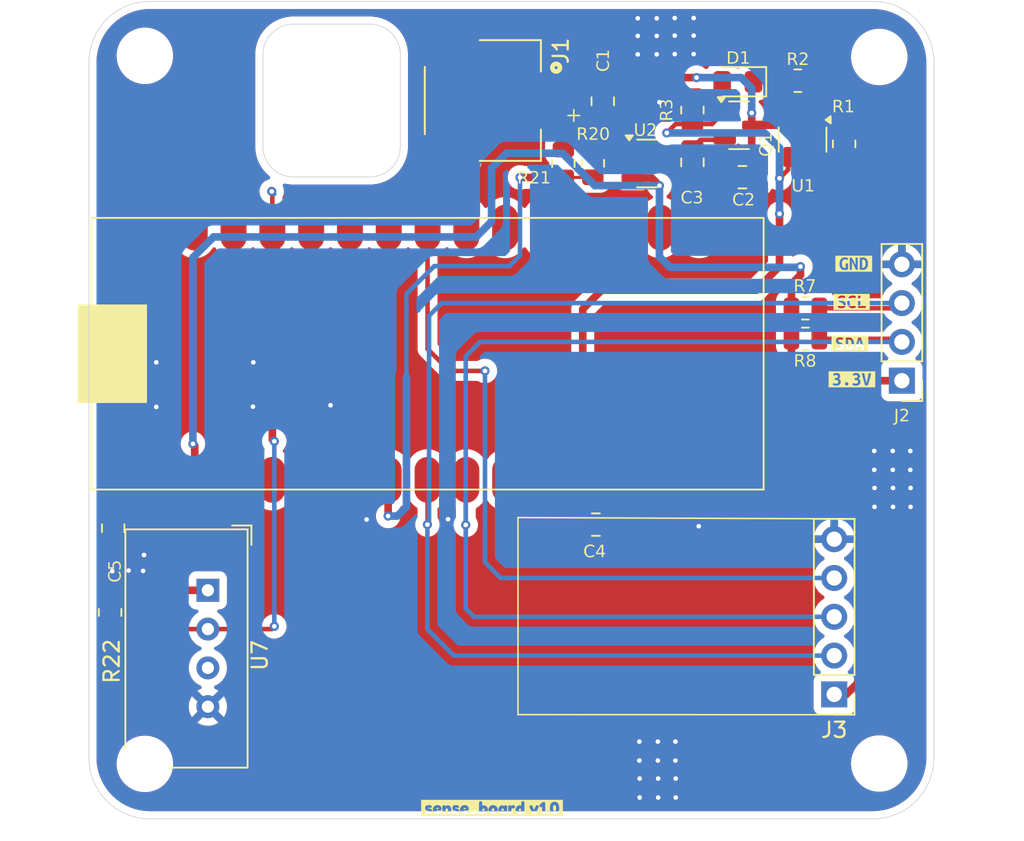
<source format=kicad_pcb>
(kicad_pcb (version 20240108) (generator "pcbnew") (generator_version "8.0")
  (layers (0 "F.Cu" signal) (31 "B.Cu" signal) (34 "B.Paste" user) (35 "F.Paste" user) (36 "B.SilkS" user "B.Silkscreen") (37 "F.SilkS" user "F.Silkscreen") (38 "B.Mask" user) (39 "F.Mask" user) (44 "Edge.Cuts" user))
  (net 0 "")
  (net 1 "GND")
  (net 2 "+BATT")
  (net 3 "VDD")
  (net 4 "VBUS")
  (net 5 "+3V3")
  (net 6 "Net-(D1-K)")
  (net 7 "/SCL")
  (net 8 "/SDA")
  (net 9 "/HEAT_EN")
  (net 10 "/SDO")
  (net 11 "/CO")
  (net 13 "/NH3")
  (net 14 "/NO2")
  (net 15 "Net-(U1-PROG)")
  (net 16 "Net-(U1-STAT)")
  (net 17 "/RST")
  (net 18 "/WAKE")
  (net 24 "/INT")
  (net 26 "unconnected-(U4-Pad25)")
  (net 35 "/A3")
  (footprint "kibuzzard-67296774" (layer "F.Cu") (at 110.68 81.68)
    (property "Reference" "kibuzzard-67296774" (hide yes))
    (property "Value" "G***" (hide yes))
  )
  (footprint "Resistor_SMD:R_0805_2012Metric" (layer "F.Cu") (at 107.5125 86.6)
    (property "Reference" "R8" (at -0.0225 1.49 0) (layer "F.SilkS") (effects (font (size 0.8 0.8) (thickness 0.8))))
    (property "Value" "100k")
    (pad "1" smd roundrect (at -0.9125 0) (size 1.025 1.4) (layers "F.Cu" "F.Paste" "F.Mask") (roundrect_rratio 0.243902) (net 5 "+3V3"))
    (pad "2" smd roundrect (at 0.9125 0) (size 1.025 1.4) (layers "F.Cu" "F.Paste" "F.Mask") (roundrect_rratio 0.243902) (net 7 "/SCL"))
  )
  (footprint "MountingHole:MountingHole_3.2mm_M3" (layer "F.Cu") (at 64.275 114.425)
    (property "Reference" "REF**" (hide yes))
    (property "Value" "MountingHole_3.2mm_M3")
    (pad "" np_thru_hole circle (at 0 0) (size 3.2 3.2) (drill 3.2) (layers "*.Cu" "*.Mask"))
  )
  (footprint "Sensor:ASAIR_AM2302_P2.54mm_Vertical" (layer "F.Cu") (at 68.4 103.06 -90)
    (property "Reference" "U7" (at 4.26 -3.4 90) (layer "F.SilkS"))
    (property "Value" "DHT22")
    (pad "1" thru_hole rect (at 0 0) (size 1.5 1.5) (drill 0.8) (layers "*.Cu" "*.Mask") (net 5 "+3V3"))
    (pad "2" thru_hole circle (at 2.54 0) (size 1.5 1.5) (drill 0.8) (layers "*.Cu" "*.Mask") (net 10 "/SDO"))
    (pad "3" thru_hole circle (at 5.08 0) (size 1.5 1.5) (drill 0.8) (layers "*.Cu" "*.Mask"))
    (pad "4" thru_hole circle (at 7.62 0) (size 1.5 1.5) (drill 0.8) (layers "*.Cu" "*.Mask") (net 1 "GND"))
  )
  (footprint "Capacitor_SMD:C_0805_2012Metric" (layer "F.Cu") (at 100.1195 75.0495 -90)
    (property "Reference" "C3" (at 2.3505 0.0295 180) (layer "F.SilkS") (effects (font (size 0.8 0.8) (thickness 0.8))))
    (property "Value" "10uF")
    (pad "1" smd roundrect (at -0.95 0 270) (size 1 1.45) (layers "F.Cu" "F.Paste" "F.Mask") (net 3 "VDD"))
    (pad "2" smd roundrect (at 0.95 0 270) (size 1 1.45) (layers "F.Cu" "F.Paste" "F.Mask") (net 1 "GND"))
  )
  (footprint "MountingHole:MountingHole_3.2mm_M3" (layer "F.Cu") (at 112.35 68.15)
    (property "Reference" "REF**" (hide yes))
    (property "Value" "MountingHole_3.2mm_M3")
    (pad "" np_thru_hole circle (at 0 0) (size 3.2 3.2) (drill 3.2) (layers "*.Cu" "*.Mask"))
  )
  (footprint "kibuzzard-672967AD" (layer "F.Cu") (at 110.54 84.18)
    (property "Reference" "kibuzzard-672967AD" (hide yes))
    (property "Value" "G***" (hide yes))
  )
  (footprint "Resistor_SMD:R_0805_2012Metric" (layer "F.Cu") (at 107.0195 69.702 180)
    (property "Reference" "R2" (at -0.0005 1.362 0) (layer "F.SilkS") (effects (font (size 0.8 0.8) (thickness 0.8))))
    (property "Value" "330")
    (pad "1" smd roundrect (at -0.9125 0 180) (size 1.025 1.4) (layers "F.Cu" "F.Paste" "F.Mask") (roundrect_rratio 0.243902) (net 16 "Net-(U1-STAT)"))
    (pad "2" smd roundrect (at 0.9125 0 180) (size 1.025 1.4) (layers "F.Cu" "F.Paste" "F.Mask") (roundrect_rratio 0.243902) (net 6 "Net-(D1-K)"))
  )
  (footprint "Package_TO_SOT_SMD:SOT-23" (layer "F.Cu") (at 97.147 75.122)
    (property "Reference" "U2" (at -0.107 -2.142 0) (layer "F.SilkS") (effects (font (size 0.8 0.8) (thickness 0.8))))
    (property "Value" "MCP1700T-3102")
    (pad "1" smd roundrect (at -0.9375 -0.95) (size 1.475 0.6) (layers "F.Cu" "F.Paste" "F.Mask") (net 1 "GND"))
    (pad "2" smd roundrect (at -0.9375 0.95) (size 1.475 0.6) (layers "F.Cu" "F.Paste" "F.Mask") (net 5 "+3V3"))
    (pad "3" smd roundrect (at 0.9375 0) (size 1.475 0.6) (layers "F.Cu" "F.Paste" "F.Mask") (net 3 "VDD"))
  )
  (footprint "Resistor_SMD:R_0805_2012Metric" (layer "F.Cu") (at 93.6 75.1125 90)
    (property "Reference" "R20" (at 1.8725 0.02 180) (layer "F.SilkS") (effects (font (size 0.8 0.8) (thickness 0.8))))
    (property "Value" "100K")
    (pad "1" smd roundrect (at -0.9125 0 90) (size 1.025 1.4) (layers "F.Cu" "F.Paste" "F.Mask") (roundrect_rratio 0.243902) (net 35 "/A3"))
    (pad "2" smd roundrect (at 0.9125 0 90) (size 1.025 1.4) (layers "F.Cu" "F.Paste" "F.Mask") (roundrect_rratio 0.243902) (net 1 "GND"))
  )
  (footprint "Capacitor_SMD:C_0805_2012Metric" (layer "F.Cu") (at 93.8 98.76)
    (property "Reference" "C4" (at -0.08 1.8 0) (layer "F.SilkS") (effects (font (size 0.8 0.8) (thickness 0.8))))
    (property "Value" "10uF")
    (pad "1" smd roundrect (at -0.95 0) (size 1 1.45) (layers "F.Cu" "F.Paste" "F.Mask") (net 4 "VBUS"))
    (pad "2" smd roundrect (at 0.95 0) (size 1 1.45) (layers "F.Cu" "F.Paste" "F.Mask") (net 1 "GND"))
  )
  (footprint "kibuzzard-67299F87" (layer "F.Cu") (at 87 117.3)
    (property "Reference" "kibuzzard-67299F87" (hide yes))
    (property "Value" "G***" (hide yes))
  )
  (footprint "Resistor_SMD:R_0805_2012Metric" (layer "F.Cu") (at 91.67 75.1225 -90)
    (property "Reference" "R21" (at 0.9775 1.92 180) (layer "F.SilkS") (effects (font (size 0.8 0.8) (thickness 0.8))))
    (property "Value" "10K")
    (pad "1" smd roundrect (at -0.9125 0 270) (size 1.025 1.4) (layers "F.Cu" "F.Paste" "F.Mask") (roundrect_rratio 0.243902) (net 2 "+BATT"))
    (pad "2" smd roundrect (at 0.9125 0 270) (size 1.025 1.4) (layers "F.Cu" "F.Paste" "F.Mask") (roundrect_rratio 0.243902) (net 35 "/A3"))
  )
  (footprint "Connector_PinHeader_2.54mm:PinHeader_1x04_P2.54mm_Vertical" (layer "F.Cu") (at 113.83 89.34 180)
    (property "Reference" "J2" (at 0 -2.33 0) (layer "F.SilkS") (effects (font (size 0.8 0.8) (thickness 0.8))))
    (property "Value" "I2C")
    (pad "1" thru_hole rect (at 0 0 180) (size 1.7 1.7) (drill 1) (layers "*.Cu" "*.Mask") (net 5 "+3V3"))
    (pad "2" thru_hole oval (at 0 2.54 180) (size 1.7 1.7) (drill 1) (layers "*.Cu" "*.Mask") (net 7 "/SCL"))
    (pad "3" thru_hole oval (at 0 5.08 180) (size 1.7 1.7) (drill 1) (layers "*.Cu" "*.Mask") (net 8 "/SDA"))
    (pad "4" thru_hole oval (at 0 7.62 180) (size 1.7 1.7) (drill 1) (layers "*.Cu" "*.Mask") (net 1 "GND"))
  )
  (footprint "sense_board:JST_S2B-PH-SM4-TB(LF)(SN)" (layer "F.Cu") (at 89.85 71 -90)
    (property "Reference" "J1" (at -3.25 -1.65 90) (layer "F.SilkS"))
    (property "Value" "Batt")
    (pad "1" smd rect (at -1 0 270) (size 1 3.5) (layers "F.Cu" "F.Paste" "F.Mask") (net 1 "GND"))
    (pad "2" smd rect (at 1 0 270) (size 1 3.5) (layers "F.Cu" "F.Paste" "F.Mask") (net 2 "+BATT"))
    (pad "S1" smd rect (at -3.35 5.75 270) (size 1.5 3.4) (layers "F.Cu" "F.Paste" "F.Mask"))
    (pad "S2" smd rect (at 3.35 5.75 270) (size 1.5 3.4) (layers "F.Cu" "F.Paste" "F.Mask"))
  )
  (footprint "kibuzzard-67296794" (layer "F.Cu") (at 110.56 89.25)
    (property "Reference" "kibuzzard-67296794" (hide yes))
    (property "Value" "G***" (hide yes))
  )
  (footprint "Resistor_SMD:R_0805_2012Metric" (layer "F.Cu") (at 107.5125 84.6)
    (property "Reference" "R7" (at -0.0325 -1.42 0) (layer "F.SilkS") (effects (font (size 0.8 0.8) (thickness 0.8))))
    (property "Value" "100k")
    (pad "1" smd roundrect (at -0.9125 0) (size 1.025 1.4) (layers "F.Cu" "F.Paste" "F.Mask") (roundrect_rratio 0.243902) (net 5 "+3V3"))
    (pad "2" smd roundrect (at 0.9125 0) (size 1.025 1.4) (layers "F.Cu" "F.Paste" "F.Mask") (roundrect_rratio 0.243902) (net 8 "/SDA"))
  )
  (footprint "LED_SMD:LED_0805_2012Metric_Pad1.15x1.40mm_HandSolder" (layer "F.Cu") (at 103.0895 69.772 180)
    (property "Reference" "D1" (at -0.0305 1.512 0) (layer "F.SilkS") (effects (font (size 0.8 0.8) (thickness 0.8))))
    (property "Value" "CHR")
    (pad "1" smd roundrect (at -1.025 0 180) (size 1.15 1.4) (layers "F.Cu" "F.Paste" "F.Mask") (roundrect_rratio 0.217391) (net 6 "Net-(D1-K)"))
    (pad "2" smd roundrect (at 1.025 0 180) (size 1.15 1.4) (layers "F.Cu" "F.Paste" "F.Mask") (roundrect_rratio 0.217391) (net 4 "VBUS"))
  )
  (footprint "sense_board:NANO_33_Footprint_SMD_Castell" (layer "F.Cu") (at 82.78 87.575)
    (property "Reference" "U4")
    (property "Value" "Arduino-nano-BLE-33")
    (pad "1" smd oval (at -17.78 8.255 90) (size 3 1.7) (layers "F.Cu" "F.Mask"))
    (pad "2" smd oval (at -15.24 8.255 90) (size 3 1.7) (layers "F.Cu" "F.Mask") (net 5 "+3V3"))
    (pad "3" smd oval (at -12.7 8.255 90) (size 3 1.7) (layers "F.Cu" "F.Mask"))
    (pad "4" smd oval (at -10.16 8.255 90) (size 3 1.7) (layers "F.Cu" "F.Mask") (net 13 "/NH3"))
    (pad "5" smd oval (at -7.62 8.255 90) (size 3 1.7) (layers "F.Cu" "F.Mask") (net 11 "/CO"))
    (pad "6" smd oval (at -5.08 8.255 90) (size 3 1.7) (layers "F.Cu" "F.Mask") (net 14 "/NO2"))
    (pad "7" smd oval (at -2.54 8.255 90) (size 3 1.7) (layers "F.Cu" "F.Mask") (net 35 "/A3"))
    (pad "8" smd oval (at 0 8.255 90) (size 3 1.7) (layers "F.Cu" "F.Mask") (net 8 "/SDA"))
    (pad "9" smd oval (at 2.54 8.255 90) (size 3 1.7) (layers "F.Cu" "F.Mask") (net 7 "/SCL"))
    (pad "10" smd oval (at 5.08 8.255 90) (size 3 1.7) (layers "F.Cu" "F.Mask"))
    (pad "11" smd oval (at 7.62 8.255 90) (size 3 1.7) (layers "F.Cu" "F.Mask"))
    (pad "12" smd oval (at 10.16 8.255 90) (size 3 1.7) (layers "F.Cu" "F.Mask") (net 4 "VBUS"))
    (pad "13" smd oval (at 12.7 8.255 90) (size 3 1.7) (layers "F.Cu" "F.Mask"))
    (pad "14" smd oval (at 15.24 8.255 90) (size 3 1.7) (layers "F.Cu" "F.Mask") (net 1 "GND"))
    (pad "15" smd oval (at 17.78 8.255 90) (size 3 1.7) (layers "F.Cu" "F.Mask"))
    (pad "16" smd oval (at 17.78 -8.255 270) (size 3 1.7) (layers "F.Cu" "F.Mask"))
    (pad "17" smd oval (at 15.24 -8.255 270) (size 3 1.7) (layers "F.Cu" "F.Mask"))
    (pad "18" smd oval (at 12.7 -8.255 270) (size 3 1.7) (layers "F.Cu" "F.Mask"))
    (pad "19" smd oval (at 10.16 -8.255 270) (size 3 1.7) (layers "F.Cu" "F.Mask") (net 1 "GND"))
    (pad "20" smd oval (at 7.62 -8.255 270) (size 3 1.7) (layers "F.Cu" "F.Mask") (net 9 "/HEAT_EN"))
    (pad "21" smd oval (at 5.08 -8.255 270) (size 3 1.7) (layers "F.Cu" "F.Mask") (net 18 "/WAKE"))
    (pad "22" smd oval (at 2.54 -8.255 270) (size 3 1.7) (layers "F.Cu" "F.Mask") (net 17 "/RST"))
    (pad "23" smd oval (at 0 -8.255 270) (size 3 1.7) (layers "F.Cu" "F.Mask") (net 24 "/INT"))
    (pad "24" smd oval (at -2.54 -8.255 270) (size 3 1.7) (layers "F.Cu" "F.Mask"))
    (pad "25" smd oval (at -5.08 -8.255 270) (size 3 1.7) (layers "F.Cu" "F.Mask") (net 26 "unconnected-(U4-Pad25)"))
    (pad "26" smd oval (at -7.62 -8.255 270) (size 3 1.7) (layers "F.Cu" "F.Mask"))
    (pad "27" smd oval (at -10.16 -8.255 270) (size 3 1.7) (layers "F.Cu" "F.Mask") (net 10 "/SDO"))
    (pad "28" smd oval (at -12.7 -8.255 270) (size 3 1.7) (layers "F.Cu" "F.Mask"))
    (pad "29" smd oval (at -15.24 -8.255 270) (size 3 1.7) (layers "F.Cu" "F.Mask"))
    (pad "30" smd oval (at -17.78 -8.255 270) (size 3 1.7) (layers "F.Cu" "F.Mask"))
  )
  (footprint "Package_TO_SOT_SMD:SOT-23-5" (layer "F.Cu") (at 107.3295 73.562 -90)
    (property "Reference" "U1" (at 3.0625 -0.0375 0) (layer "F.SilkS") (effects (font (size 0.8 0.8) (thickness 0.8))))
    (property "Value" "MCP73831-3-OT")
    (pad "1" smd roundrect (at -1.1375 -0.95 270) (size 1.325 0.6) (layers "F.Cu" "F.Paste" "F.Mask") (net 16 "Net-(U1-STAT)"))
    (pad "2" smd roundrect (at -1.1375 0 270) (size 1.325 0.6) (layers "F.Cu" "F.Paste" "F.Mask") (net 1 "GND"))
    (pad "3" smd roundrect (at -1.1375 0.95 270) (size 1.325 0.6) (layers "F.Cu" "F.Paste" "F.Mask") (net 2 "+BATT"))
    (pad "4" smd roundrect (at 1.1375 0.95 270) (size 1.325 0.6) (layers "F.Cu" "F.Paste" "F.Mask") (net 4 "VBUS"))
    (pad "5" smd roundrect (at 1.1375 -0.95 270) (size 1.325 0.6) (layers "F.Cu" "F.Paste" "F.Mask") (net 15 "Net-(U1-PROG)"))
  )
  (footprint "Connector_PinHeader_2.54mm:PinHeader_1x05_P2.54mm_Vertical" (layer "F.Cu") (at 109.4 109.875 180)
    (property "Reference" "J3" (at 0 -2.33 0) (layer "F.SilkS"))
    (property "Value" "MiCS6814")
    (pad "1" thru_hole rect (at 0 0 180) (size 1.7 1.7) (drill 1) (layers "*.Cu" "*.Mask") (net 5 "+3V3"))
    (pad "2" thru_hole oval (at 0 2.54 180) (size 1.7 1.7) (drill 1) (layers "*.Cu" "*.Mask") (net 8 "/SDA"))
    (pad "3" thru_hole oval (at 0 5.08 180) (size 1.7 1.7) (drill 1) (layers "*.Cu" "*.Mask") (net 7 "/SCL"))
    (pad "4" thru_hole oval (at 0 7.62 180) (size 1.7 1.7) (drill 1) (layers "*.Cu" "*.Mask") (net 24 "/INT"))
    (pad "5" thru_hole oval (at 0 10.16 180) (size 1.7 1.7) (drill 1) (layers "*.Cu" "*.Mask") (net 1 "GND"))
  )
  (footprint "kibuzzard-672967A3" (layer "F.Cu") (at 110.43 86.92)
    (property "Reference" "kibuzzard-672967A3" (hide yes))
    (property "Value" "G***" (hide yes))
  )
  (footprint "Capacitor_SMD:C_0805_2012Metric" (layer "F.Cu") (at 103.3895 76.0195 180)
    (property "Reference" "C2" (at -0.0805 -1.5205 0) (layer "F.SilkS") (effects (font (size 0.8 0.8) (thickness 0.8))))
    (property "Value" "10uF")
    (pad "1" smd roundrect (at -0.95 0 180) (size 1 1.45) (layers "F.Cu" "F.Paste" "F.Mask") (net 2 "+BATT"))
    (pad "2" smd roundrect (at 0.95 0 180) (size 1 1.45) (layers "F.Cu" "F.Paste" "F.Mask") (net 1 "GND"))
  )
  (footprint "Capacitor_SMD:C_0805_2012Metric" (layer "F.Cu") (at 94.25 71.05 90)
    (property "Reference" "C1" (at 2.67 0.07 90) (layer "F.SilkS") (effects (font (size 0.8 0.8) (thickness 0.1))))
    (property "Value" "10uF")
    (pad "1" smd roundrect (at -0.95 0 90) (size 1 1.45) (layers "F.Cu" "F.Paste" "F.Mask") (net 2 "+BATT"))
    (pad "2" smd roundrect (at 0.95 0 90) (size 1 1.45) (layers "F.Cu" "F.Paste" "F.Mask") (net 1 "GND"))
  )
  (footprint "Package_TO_SOT_SMD:SOT-23" (layer "F.Cu") (at 103.1695 72.6195)
    (property "Reference" "Q1" (at 1.8 1.2625 90) (layer "F.SilkS") (effects (font (size 0.8 0.8) (thickness 0.8))))
    (property "Value" "DMG3415U-7")
    (pad "1" smd roundrect (at -0.9375 -0.95) (size 1.475 0.6) (layers "F.Cu" "F.Paste" "F.Mask") (net 4 "VBUS"))
    (pad "2" smd roundrect (at -0.9375 0.95) (size 1.475 0.6) (layers "F.Cu" "F.Paste" "F.Mask") (net 3 "VDD") (clearance 0.1))
    (pad "3" smd roundrect (at 0.9375 0) (size 1.475 0.6) (layers "F.Cu" "F.Paste" "F.Mask") (net 2 "+BATT"))
  )
  (footprint "MountingHole:MountingHole_3.2mm_M3" (layer "F.Cu") (at 64.275 68.075)
    (property "Reference" "REF**" (hide yes))
    (property "Value" "MountingHole_3.2mm_M3")
    (pad "" np_thru_hole circle (at 0 0) (size 3.2 3.2) (drill 3.2) (layers "*.Cu" "*.Mask"))
  )
  (footprint "Capacitor_SMD:C_0805_2012Metric" (layer "F.Cu") (at 62.2 99 -90)
    (property "Reference" "C5" (at 2.81 -0.16 90) (layer "F.SilkS") (effects (font (size 0.8 0.8) (thickness 0.8))))
    (property "Value" "10uF")
    (pad "1" smd roundrect (at -0.95 0 270) (size 1 1.45) (layers "F.Cu" "F.Paste" "F.Mask") (net 5 "+3V3"))
    (pad "2" smd roundrect (at 0.95 0 270) (size 1 1.45) (layers "F.Cu" "F.Paste" "F.Mask") (net 1 "GND"))
  )
  (footprint "Resistor_SMD:R_0805_2012Metric" (layer "F.Cu") (at 62 104.5125 -90)
    (property "Reference" "R22" (at 3.1975 -0.11 90) (layer "F.SilkS"))
    (property "Value" "10K")
    (pad "1" smd roundrect (at -0.9125 0 270) (size 1.025 1.4) (layers "F.Cu" "F.Paste" "F.Mask") (roundrect_rratio 0.243902) (net 5 "+3V3"))
    (pad "2" smd roundrect (at 0.9125 0 270) (size 1.025 1.4) (layers "F.Cu" "F.Paste" "F.Mask") (roundrect_rratio 0.243902) (net 10 "/SDO"))
  )
  (footprint "Resistor_SMD:R_0805_2012Metric" (layer "F.Cu") (at 100.1195 71.627 90)
    (property "Reference" "R3" (at 0 -1.65 90) (layer "F.SilkS") (effects (font (size 0.8 0.8) (thickness 0.8))))
    (property "Value" "100K")
    (pad "1" smd roundrect (at -0.9125 0 90) (size 1.025 1.4) (layers "F.Cu" "F.Paste" "F.Mask") (roundrect_rratio 0.243902) (net 4 "VBUS"))
    (pad "2" smd roundrect (at 0.9125 0 90) (size 1.025 1.4) (layers "F.Cu" "F.Paste" "F.Mask") (roundrect_rratio 0.243902) (net 1 "GND"))
  )
  (footprint "Resistor_SMD:R_0805_2012Metric" (layer "F.Cu") (at 110.0495 73.842 90)
    (property "Reference" "R1" (at 2.402 -0.0495 180) (layer "F.SilkS") (effects (font (size 0.8 0.8) (thickness 0.8))))
    (property "Value" "2K")
    (pad "1" smd roundrect (at -0.9125 0 90) (size 1.025 1.4) (layers "F.Cu" "F.Paste" "F.Mask") (roundrect_rratio 0.243902) (net 15 "Net-(U1-PROG)"))
    (pad "2" smd roundrect (at 0.9125 0 90) (size 1.025 1.4) (layers "F.Cu" "F.Paste" "F.Mask") (roundrect_rratio 0.243902) (net 1 "GND"))
  )
  (footprint "MountingHole:MountingHole_3.2mm_M3" (layer "F.Cu") (at 112.35 114.4)
    (property "Reference" "REF**" (hide yes))
    (property "Value" "MountingHole_3.2mm_M3")
    (pad "" np_thru_hole circle (at 0 0) (size 3.2 3.2) (drill 3.2) (layers "*.Cu" "*.Mask"))
  )
  (gr_line (start 110.73 111.205) (end 88.7 111.2) (stroke (width 0.1)) (layer "F.SilkS"))
  (gr_line (start 88.7 111.2) (end 88.7 98.3) (stroke (width 0.1)) (layer "F.SilkS"))
  (gr_line (start 88.7 98.3) (end 110.73 98.385) (stroke (width 0.1)) (layer "F.SilkS"))
  (gr_line (start 72 68) (end 72 74) (stroke (width 0.05)) (layer "Edge.Cuts"))
  (gr_arc (start 74 76) (mid 72.585786 75.414214) (end 72 74) (stroke (width 0.05)) (layer "Edge.Cuts"))
  (gr_line (start 74 76) (end 79 76) (stroke (width 0.05)) (layer "Edge.Cuts"))
  (gr_line (start 64.61 64.51) (end 111.93 64.51) (stroke (width 0.05)) (layer "Edge.Cuts"))
  (gr_arc (start 115.93 114.02) (mid 114.758427 116.848427) (end 111.93 118.02) (stroke (width 0.05)) (layer "Edge.Cuts"))
  (gr_line (start 81 74) (end 81 68) (stroke (width 0.05)) (layer "Edge.Cuts"))
  (gr_line (start 115.93 68.51) (end 115.93 114.02) (stroke (width 0.05)) (layer "Edge.Cuts"))
  (gr_line (start 111.93 118.02) (end 64.61 118.02) (stroke (width 0.05)) (layer "Edge.Cuts"))
  (gr_arc (start 64.61 118.02) (mid 61.781573 116.848427) (end 60.61 114.02) (stroke (width 0.05)) (layer "Edge.Cuts"))
  (gr_line (start 60.61 114.02) (end 60.61 68.51) (stroke (width 0.05)) (layer "Edge.Cuts"))
  (gr_arc (start 79 66) (mid 80.414214 66.585786) (end 81 68) (stroke (width 0.05)) (layer "Edge.Cuts"))
  (gr_arc (start 81 74) (mid 80.414214 75.414214) (end 79 76) (stroke (width 0.05)) (layer "Edge.Cuts"))
  (gr_line (start 79 66) (end 74 66) (stroke (width 0.05)) (layer "Edge.Cuts"))
  (gr_arc (start 72 68) (mid 72.585786 66.585786) (end 74 66) (stroke (width 0.05)) (layer "Edge.Cuts"))
  (gr_arc (start 111.93 64.51) (mid 114.758427 65.681573) (end 115.93 68.51) (stroke (width 0.05)) (layer "Edge.Cuts"))
  (gr_arc (start 60.61 68.51) (mid 61.781573 65.681573) (end 64.61 64.51) (stroke (width 0.05)) (layer "Edge.Cuts"))
  (gr_text "+" (at 91.67 72.49 0) (layer "F.SilkS") (effects (font (size 1 1) (thickness 0.1)) (justify left bottom)))
  (segment (start 97.3405 72.294) (end 96.9595 71.913) (width 0.2) (layer "F.Cu") (net 1))
  (segment (start 94.15 70) (end 94.25 70.1) (width 0.5) (layer "F.Cu") (net 1))
  (segment (start 100.1195 70.805604) (end 98.631104 72.294) (width 0.2) (layer "F.Cu") (net 1))
  (segment (start 89.85 70) (end 94.15 70) (width 0.5) (layer "F.Cu") (net 1))
  (segment (start 100.1195 70.7145) (end 100.1195 70.805604) (width 0.2) (layer "F.Cu") (net 1))
  (segment (start 96.1815 74.2) (end 96.2095 74.172) (width 0.5) (layer "F.Cu") (net 1))
  (segment (start 62.2 99.95) (end 62.2 101.75) (width 0.5) (layer "F.Cu") (net 1))
  (segment (start 94.75 98.76) (end 100.42 98.76) (width 0.2) (layer "F.Cu") (net 1))
  (segment (start 100.42 98.76) (end 100.53 98.87) (width 0.2) (layer "F.Cu") (net 1))
  (segment (start 100.1195 70.7145) (end 98.3555 70.7145) (width 0.5) (layer "F.Cu") (net 1))
  (segment (start 93.6 74.2) (end 96.1815 74.2) (width 0.5) (layer "F.Cu") (net 1))
  (segment (start 98.631104 72.294) (end 97.3405 72.294) (width 0.2) (layer "F.Cu") (net 1))
  (segment (start 98.3555 70.7145) (end 97.96 71.11) (width 0.5) (layer "F.Cu") (net 1))
  (segment (start 62.2 101.75) (end 62.14 101.81) (width 0.5) (layer "F.Cu") (net 1))
  (via (at 113.25 97.6) (size 0.6) (drill 0.3) (layers "F.Cu" "B.Cu") (net 1))
  (via (at 112.02 95.18) (size 0.6) (drill 0.3) (layers "F.Cu" "B.Cu") (net 1))
  (via (at 114.38 95.18) (size 0.6) (drill 0.3) (layers "F.Cu" "B.Cu") (net 1))
  (via (at 99.005 114.205) (size 0.6) (drill 0.3) (layers "F.Cu" "B.Cu") (net 1))
  (via (at 112.04 97.6) (size 0.6) (drill 0.3) (layers "F.Cu" "B.Cu") (net 1))
  (via (at 98.96 65.6) (size 0.6) (drill 0.3) (layers "F.Cu" "B.Cu") (net 1))
  (via (at 100.53 98.87) (size 0.6) (drill 0.3) (layers "F.Cu" "B.Cu") (net 1))
  (via (at 98.96 67.96) (size 0.6) (drill 0.3) (layers "F.Cu" "B.Cu") (net 1))
  (via (at 96.54 65.62) (size 0.6) (drill 0.3) (layers "F.Cu" "B.Cu") (net 1))
  (via (at 114.4 96.36) (size 0.6) (drill 0.3) (layers "F.Cu" "B.Cu") (net 1))
  (via (at 97.78 67.98) (size 0.6) (drill 0.3) (layers "F.Cu" "B.Cu") (net 1))
  (via (at 100.2 65.6) (size 0.6) (drill 0.3) (layers "F.Cu" "B.Cu") (net 1))
  (via (at 62.14 101.81) (size 0.6) (drill 0.3) (layers "F.Cu" "B.Cu") (net 1))
  (via (at 96.645 114.205) (size 0.6) (drill 0.3) (layers "F.Cu" "B.Cu") (net 1))
  (via (at 97.875 116.625) (size 0.6) (drill 0.3) (layers "F.Cu" "B.Cu") (net 1))
  (via (at 96.54 67.98) (size 0.6) (drill 0.3) (layers "F.Cu" "B.Cu") (net 1))
  (via (at 84.12 98.41) (size 0.6) (drill 0.3) (layers "F.Cu" "B.Cu") (net 1))
  (via (at 97.96 71.11) (size 0.6) (drill 0.3) (layers "F.Cu" "B.Cu") (net 1))
  (via (at 64.22 100.75) (size 0.6) (drill 0.3) (layers "F.Cu" "B.Cu") (net 1))
  (via (at 113.23 95.18) (size 0.6) (drill 0.3) (layers "F.Cu" "B.Cu") (net 1))
  (via (at 76.43 90.95) (size 0.6) (drill 0.3) (layers "F.Cu" "B.Cu") (net 1))
  (via (at 97.855 112.965) (size 0.6) (drill 0.3) (layers "F.Cu" "B.Cu") (net 1))
  (via (at 96.645 112.965) (size 0.6) (drill 0.3) (layers "F.Cu" "B.Cu") (net 1))
  (via (at 97.78 66.77) (size 0.6) (drill 0.3) (layers "F.Cu" "B.Cu") (net 1))
  (via (at 114.4 97.6) (size 0.6) (drill 0.3) (layers "F.Cu" "B.Cu") (net 1))
  (via (at 97.78 65.62) (size 0.6) (drill 0.3) (layers "F.Cu" "B.Cu") (net 1))
  (via (at 97.875 115.385) (size 0.6) (drill 0.3) (layers "F.Cu" "B.Cu") (net 1))
  (via (at 96.665 116.625) (size 0.6) (drill 0.3) (layers "F.Cu" "B.Cu") (net 1))
  (via (at 96.54 66.77) (size 0.6) (drill 0.3) (layers "F.Cu" "B.Cu") (net 1))
  (via (at 78.79 98.43) (size 0.6) (drill 0.3) (layers "F.Cu" "B.Cu") (net 1))
  (via (at 99.025 116.625) (size 0.6) (drill 0.3) (layers "F.Cu" "B.Cu") (net 1))
  (via (at 98.96 66.75) (size 0.6) (drill 0.3) (layers "F.Cu" "B.Cu") (net 1))
  (via (at 71.35 91.04) (size 0.6) (drill 0.3) (layers "F.Cu" "B.Cu") (net 1))
  (via (at 71.374 88.138) (size 0.6) (drill 0.3) (layers "F.Cu" "B.Cu") (net 1))
  (via (at 65.024 88.138) (size 0.6) (drill 0.3) (layers "F.Cu" "B.Cu") (net 1))
  (via (at 112.04 96.36) (size 0.6) (drill 0.3) (layers "F.Cu" "B.Cu") (net 1))
  (via (at 99.025 115.385) (size 0.6) (drill 0.3) (layers "F.Cu" "B.Cu") (net 1))
  (via (at 64.16 101.79) (size 0.6) (drill 0.3) (layers "F.Cu" "B.Cu") (net 1))
  (via (at 113.25 96.36) (size 0.6) (drill 0.3) (layers "F.Cu" "B.Cu") (net 1))
  (via (at 97.855 114.205) (size 0.6) (drill 0.3) (layers "F.Cu" "B.Cu") (net 1))
  (via (at 65.024 91.059) (size 0.6) (drill 0.3) (layers "F.Cu" "B.Cu") (net 1))
  (via (at 63.21 101.77) (size 0.6) (drill 0.3) (layers "F.Cu" "B.Cu") (net 1))
  (via (at 100.2 66.75) (size 0.6) (drill 0.3) (layers "F.Cu" "B.Cu") (net 1))
  (via (at 112.02 93.94) (size 0.6) (drill 0.3) (layers "F.Cu" "B.Cu") (net 1))
  (via (at 114.38 93.94) (size 0.6) (drill 0.3) (layers "F.Cu" "B.Cu") (net 1))
  (via (at 113.23 93.94) (size 0.6) (drill 0.3) (layers "F.Cu" "B.Cu") (net 1))
  (via (at 99.005 112.965) (size 0.6) (drill 0.3) (layers "F.Cu" "B.Cu") (net 1))
  (via (at 100.2 67.96) (size 0.6) (drill 0.3) (layers "F.Cu" "B.Cu") (net 1))
  (via (at 96.665 115.385) (size 0.6) (drill 0.3) (layers "F.Cu" "B.Cu") (net 1))
  (segment (start 103.9995 71.812) (end 103.9995 75.6795) (width 0.5) (layer "F.Cu") (net 2))
  (segment (start 96.25 71.25) (end 95.75 71.75) (width 0.5) (layer "F.Cu") (net 2))
  (segment (start 95 72) (end 94.25 72) (width 0.5) (layer "F.Cu") (net 2))
  (segment (start 96.25 70.25) (end 96.25 71.25) (width 0.5) (layer "F.Cu") (net 2))
  (segment (start 95.75 71.75) (end 95.25 71.75) (width 0.5) (layer "F.Cu") (net 2))
  (segment (start 91.67 73.82) (end 89.85 72) (width 0.5) (layer "F.Cu") (net 2))
  (segment (start 103.9995 75.6795) (end 104.3395 76.0195) (width 0.5) (layer "F.Cu") (net 2))
  (segment (start 91.67 74.21) (end 91.67 73.82) (width 0.5) (layer "F.Cu") (net 2))
  (segment (start 97 69.5) (end 96.25 70.25) (width 0.5) (layer "F.Cu") (net 2))
  (segment (start 100.3885 69.5) (end 97 69.5) (width 0.5) (layer "F.Cu") (net 2))
  (segment (start 94.25 72) (end 89.85 72) (width 0.5) (layer "F.Cu") (net 2))
  (segment (start 95.25 71.75) (end 95 72) (width 0.5) (layer "F.Cu") (net 2))
  (segment (start 104.107 72.6195) (end 106.1845 72.6195) (width 0.5) (layer "F.Cu") (net 2))
  (segment (start 106.1845 72.6195) (end 106.3795 72.4245) (width 0.5) (layer "F.Cu") (net 2))
  (via (at 103.9995 71.812) (size 0.6) (drill 0.3) (layers "F.Cu" "B.Cu") (net 2))
  (via (at 100.3885 69.5) (size 0.6) (drill 0.3) (layers "F.Cu" "B.Cu") (net 2))
  (segment (start 103.31 69.5) (end 100.3885 69.5) (width 0.5) (layer "B.Cu") (net 2))
  (segment (start 103.9995 70.1895) (end 103.31 69.5) (width 0.5) (layer "B.Cu") (net 2))
  (segment (start 103.9995 71.812) (end 103.9995 70.1895) (width 0.5) (layer "B.Cu") (net 2))
  (segment (start 100.6495 73.5695) (end 102.232 73.5695) (width 0.3) (layer "F.Cu") (net 3))
  (segment (start 100.1195 74.0995) (end 100.6495 73.5695) (width 0.3) (layer "F.Cu") (net 3))
  (segment (start 100.1195 74.0995) (end 99.107 74.0995) (width 0.3) (layer "F.Cu") (net 3))
  (segment (start 99.107 74.0995) (end 98.0845 75.122) (width 0.3) (layer "F.Cu") (net 3))
  (segment (start 92.94 98.67) (end 92.94 95.83) (width 0.3) (layer "F.Cu") (net 4))
  (segment (start 106.3795 74.6995) (end 106.3795 75.532) (width 0.3) (layer "F.Cu") (net 4))
  (segment (start 99.022 72.5395) (end 100.1195 72.5395) (width 0.3) (layer "F.Cu") (net 4))
  (segment (start 102.0645 71.577) (end 102.0645 69.772) (width 0.3) (layer "F.Cu") (net 4))
  (segment (start 101.402 72.5395) (end 100.1195 72.5395) (width 0.3) (layer "F.Cu") (net 4))
  (segment (start 102.0595 71.582) (end 102.0645 71.577) (width 0.3) (layer "F.Cu") (net 4))
  (segment (start 92.94 84.652) (end 93.636 83.956) (width 0.5) (layer "F.Cu") (net 4))
  (segment (start 92.85 98.76) (end 92.94 98.67) (width 0.3) (layer "F.Cu") (net 4))
  (segment (start 98.4395 73.122) (end 99.022 72.5395) (width 0.3) (layer "F.Cu") (net 4))
  (segment (start 94.182 83.41) (end 104.3 83.41) (width 0.5) (layer "F.Cu") (net 4))
  (segment (start 104.3 83.38) (end 105.8195 81.8605) (width 0.5) (layer "F.Cu") (net 4))
  (segment (start 106.3795 75.532) (end 105.8195 76.092) (width 0.3) (layer "F.Cu") (net 4))
  (segment (start 104.3 83.41) (end 104.3 83.38) (width 0.5) (layer "F.Cu") (net 4))
  (segment (start 105.8195 81.8605) (end 105.8195 78.412) (width 0.5) (layer "F.Cu") (net 4))
  (segment (start 93.636 83.956) (end 94.182 83.41) (width 0.5) (layer "F.Cu") (net 4))
  (segment (start 102.2195 71.722) (end 101.402 72.5395) (width 0.3) (layer "F.Cu") (net 4))
  (segment (start 92.94 95.83) (end 92.94 84.652) (width 0.5) (layer "F.Cu") (net 4))
  (via (at 105.8195 78.412) (size 0.6) (drill 0.3) (layers "F.Cu" "B.Cu") (net 4))
  (via (at 105.8195 76.092) (size 0.6) (drill 0.3) (layers "F.Cu" "B.Cu") (net 4))
  (via (at 98.4395 73.122) (size 0.6) (drill 0.3) (layers "F.Cu" "B.Cu") (net 4))
  (segment (start 98.4395 73.122) (end 104.8415 73.122) (width 0.5) (layer "B.Cu") (net 4))
  (segment (start 104.8415 73.122) (end 105.8195 74.1) (width 0.5) (layer "B.Cu") (net 4))
  (segment (start 105.8195 74.1) (end 105.8195 78.412) (width 0.5) (layer "B.Cu") (net 4))
  (segment (start 106.6 83.09) (end 106.6 84.6) (width 0.5) (layer "F.Cu") (net 5))
  (segment (start 65.19 103.6) (end 62 103.6) (width 0.5) (layer "F.Cu") (net 5))
  (segment (start 65.395 103.395) (end 65.19 103.6) (width 0.5) (layer "F.Cu") (net 5))
  (segment (start 96.2095 76.072) (end 97.462 76.072) (width 0.5) (layer "F.Cu") (net 5))
  (segment (start 106.56 83.05) (end 106.6 83.09) (width 0.5) (layer "F.Cu") (net 5))
  (segment (start 106.6 88.95) (end 106.6 86.6) (width 0.5) (layer "F.Cu") (net 5))
  (segment (start 65.395 98.135) (end 65.48 98.05) (width 0.5) (layer "F.Cu") (net 5))
  (segment (start 67.54 97.59) (end 67.08 98.05) (width 0.5) (layer "F.Cu") (net 5))
  (segment (start 65.395 98.735) (end 64.71 98.05) (width 0.5) (layer "F.Cu") (net 5))
  (segment (start 110.195 109.875) (end 110.95 109.12) (width 0.5) (layer "F.Cu") (net 5))
  (segment (start 64.71 98.05) (end 65.48 98.05) (width 0.5) (layer "F.Cu") (net 5))
  (segment (start 65.395 99.33) (end 65.395 98.97) (width 0.5) (layer "F.Cu") (net 5))
  (segment (start 65.395 98.695) (end 66.04 98.05) (width 0.5) (layer "F.Cu") (net 5))
  (segment (start 111.62 89.34) (end 110.95 90.01) (width 0.5) (layer "F.Cu") (net 5))
  (segment (start 110.95 90.01) (end 110.28 89.34) (width 0.5) (layer "F.Cu") (net 5))
  (segment (start 67.54 95.83) (end 67.54 97.59) (width 0.5) (layer "F.Cu") (net 5))
  (segment (start 97.462 76.072) (end 97.96 76.57) (width 0.5) (layer "F.Cu") (net 5))
  (segment (start 109.4 109.875) (end 110.195 109.875) (width 0.5) (layer "F.Cu") (net 5))
  (segment (start 65.48 98.05) (end 66.04 98.05) (width 0.5) (layer "F.Cu") (net 5))
  (segment (start 68.4 103.06) (end 65.73 103.06) (width 0.5) (layer "F.Cu") (net 5))
  (segment (start 110.95 90.28) (end 110.95 90.01) (width 0.5) (layer "F.Cu") (net 5))
  (segment (start 107.19 81.87) (end 107.19 82.42) (width 0.5) (layer "F.Cu") (net 5))
  (segment (start 66.04 98.05) (end 67.08 98.05) (width 0.5) (layer "F.Cu") (net 5))
  (segment (start 113.83 89.34) (end 111.68 89.34) (width 0.5) (layer "F.Cu") (net 5))
  (segment (start 67.54 93.59) (end 67.42 93.47) (width 0.5) (layer "F.Cu") (net 5))
  (segment (start 111.68 89.34) (end 111.62 89.34) (width 0.5) (layer "F.Cu") (net 5))
  (segment (start 107.19 82.42) (end 106.56 83.05) (width 0.5) (layer "F.Cu") (net 5))
  (segment (start 106.6 84.6) (end 106.6 86.6) (width 0.5) (layer "F.Cu") (net 5))
  (segment (start 67.54 95.83) (end 67.54 93.59) (width 0.5) (layer "F.Cu") (net 5))
  (segment (start 65.395 98.97) (end 65.395 98.135) (width 0.5) (layer "F.Cu") (net 5))
  (segment (start 65.395 99.33) (end 65.395 98.695) (width 0.5) (layer "F.Cu") (net 5))
  (segment (start 110.28 89.34) (end 106.99 89.34) (width 0.5) (layer "F.Cu") (net 5))
  (segment (start 65.395 98.97) (end 65.395 98.735) (width 0.5) (layer "F.Cu") (net 5))
  (segment (start 106.99 89.34) (end 106.6 88.95) (width 0.5) (layer "F.Cu") (net 5))
  (segment (start 110.95 109.12) (end 110.95 90.28) (width 0.5) (layer "F.Cu") (net 5))
  (segment (start 111.68 89.34) (end 111.14 89.34) (width 0.5) (layer "F.Cu") (net 5))
  (segment (start 62.2 98.05) (end 64.71 98.05) (width 0.5) (layer "F.Cu") (net 5))
  (segment (start 111.14 89.34) (end 110.28 89.34) (width 0.5) (layer "F.Cu") (net 5))
  (segment (start 65.395 103.395) (end 65.395 99.33) (width 0.5) (layer "F.Cu") (net 5))
  (segment (start 110.95 89.53) (end 111.14 89.34) (width 0.5) (layer "F.Cu") (net 5))
  (segment (start 65.73 103.06) (end 65.395 103.395) (width 0.5) (layer "F.Cu") (net 5))
  (segment (start 110.95 90.28) (end 110.95 89.53) (width 0.5) (layer "F.Cu") (net 5))
  (via (at 107.19 81.87) (size 0.6) (drill 0.3) (layers "F.Cu" "B.Cu") (net 5))
  (via (at 97.96 76.57) (size 0.6) (drill 0.3) (layers "F.Cu" "B.Cu") (net 5))
  (via (at 67.42 93.47) (size 0.6) (drill 0.3) (layers "F.Cu" "B.Cu") (net 5))
  (segment (start 97.96 76.57) (end 93.73 76.57) (width 0.5) (layer "B.Cu") (net 5))
  (segment (start 97.96 81.23) (end 98.65 81.92) (width 0.5) (layer "B.Cu") (net 5))
  (segment (start 86.97 75.43) (end 86.97 78.92) (width 0.5) (layer "B.Cu") (net 5))
  (segment (start 87.95 74.45) (end 86.97 75.43) (width 0.5) (layer "B.Cu") (net 5))
  (segment (start 68.77 79.93) (end 67.42 81.28) (width 0.5) (layer "B.Cu") (net 5))
  (segment (start 93.73 76.57) (end 91.61 74.45) (width 0.5) (layer "B.Cu") (net 5))
  (segment (start 86.97 78.92) (end 85.96 79.93) (width 0.5) (layer "B.Cu") (net 5))
  (segment (start 67.42 81.28) (end 67.42 93.47) (width 0.5) (layer "B.Cu") (net 5))
  (segment (start 98.65 81.92) (end 107.14 81.92) (width 0.5) (layer "B.Cu") (net 5))
  (segment (start 91.61 74.45) (end 87.95 74.45) (width 0.5) (layer "B.Cu") (net 5))
  (segment (start 85.96 79.93) (end 68.77 79.93) (width 0.5) (layer "B.Cu") (net 5))
  (segment (start 107.14 81.92) (end 107.19 81.87) (width 0.5) (layer "B.Cu") (net 5))
  (segment (start 97.96 76.57) (end 97.96 81.23) (width 0.5) (layer "B.Cu") (net 5))
  (segment (start 104.1145 69.772) (end 106.037 69.772) (width 0.25) (layer "F.Cu") (net 6))
  (segment (start 106.037 69.772) (end 106.107 69.702) (width 0.25) (layer "F.Cu") (net 6))
  (segment (start 85.28 95.87) (end 85.32 95.83) (width 0.3) (layer "F.Cu") (net 7))
  (segment (start 113.63 86.6) (end 113.83 86.8) (width 0.3) (layer "F.Cu") (net 7))
  (segment (start 108.425 86.6) (end 113.63 86.6) (width 0.3) (layer "F.Cu") (net 7))
  (segment (start 85.28 98.78) (end 85.28 95.87) (width 0.3) (layer "F.Cu") (net 7))
  (via (at 85.28 98.78) (size 0.6) (drill 0.3) (layers "F.Cu" "B.Cu") (net 7))
  (segment (start 86.22 86.8) (end 113.83 86.8) (width 0.3) (layer "B.Cu") (net 7))
  (segment (start 85.28 104.25) (end 85.28 98.78) (width 0.3) (layer "B.Cu") (net 7))
  (segment (start 85.825 104.795) (end 85.28 104.25) (width 0.3) (layer "B.Cu") (net 7))
  (segment (start 85.28 98.78) (end 85.28 87.74) (width 0.3) (layer "B.Cu") (net 7))
  (segment (start 85.28 87.74) (end 86.22 86.8) (width 0.3) (layer "B.Cu") (net 7))
  (segment (start 109.4 104.795) (end 85.825 104.795) (width 0.3) (layer "B.Cu") (net 7))
  (segment (start 82.78 98.75) (end 82.77 98.76) (width 0.3) (layer "F.Cu") (net 8))
  (segment (start 113.49 84.6) (end 113.83 84.26) (width 0.3) (layer "F.Cu") (net 8))
  (segment (start 82.78 95.83) (end 82.78 98.75) (width 0.3) (layer "F.Cu") (net 8))
  (segment (start 108.425 84.6) (end 113.49 84.6) (width 0.3) (layer "F.Cu") (net 8))
  (via (at 82.77 98.76) (size 0.6) (drill 0.3) (layers "F.Cu" "B.Cu") (net 8))
  (segment (start 82.88 98.65) (end 82.77 98.76) (width 0.3) (layer "B.Cu") (net 8))
  (segment (start 83.71 84.26) (end 82.88 85.09) (width 0.3) (layer "B.Cu") (net 8))
  (segment (start 82.88 85.09) (end 82.88 98.65) (width 0.3) (layer "B.Cu") (net 8))
  (segment (start 84.495 107.335) (end 82.77 105.61) (width 0.3) (layer "B.Cu") (net 8))
  (segment (start 113.83 84.26) (end 83.71 84.26) (width 0.3) (layer "B.Cu") (net 8))
  (segment (start 82.77 105.61) (end 82.77 98.76) (width 0.3) (layer "B.Cu") (net 8))
  (segment (start 109.4 107.335) (end 84.495 107.335) (width 0.3) (layer "B.Cu") (net 8))
  (segment (start 72.57 105.6) (end 72.75 105.42) (width 0.3) (layer "F.Cu") (net 10))
  (segment (start 72.62 79.32) (end 72.62 93.18) (width 0.5) (layer "F.Cu") (net 10))
  (segment (start 68.4 105.6) (end 62.175 105.6) (width 0.3) (layer "F.Cu") (net 10))
  (segment (start 62.175 105.6) (end 62 105.425) (width 0.3) (layer "F.Cu") (net 10))
  (segment (start 72.62 76.99) (end 72.58 76.95) (width 0.3) (layer "F.Cu") (net 10))
  (segment (start 72.62 93.18) (end 72.75 93.31) (width 0.5) (layer "F.Cu") (net 10))
  (segment (start 68.4 105.6) (end 72.57 105.6) (width 0.3) (layer "F.Cu") (net 10))
  (segment (start 72.62 79.32) (end 72.62 76.99) (width 0.3) (layer "F.Cu") (net 10))
  (via (at 72.58 76.95) (size 0.6) (drill 0.3) (layers "F.Cu" "B.Cu") (net 10))
  (via (at 72.75 93.31) (size 0.6) (drill 0.3) (layers "F.Cu" "B.Cu") (net 10))
  (via (at 72.75 105.42) (size 0.6) (drill 0.3) (layers "F.Cu" "B.Cu") (net 10))
  (segment (start 72.75 105.42) (end 72.75 93.31) (width 0.3) (layer "B.Cu") (net 10))
  (segment (start 72.75 77.12) (end 72.58 76.95) (width 0.3) (layer "B.Cu") (net 10))
  (segment (start 109.9945 74.6995) (end 110.0495 74.7545) (width 0.2) (layer "F.Cu") (net 15))
  (segment (start 108.2795 74.6995) (end 109.9945 74.6995) (width 0.2) (layer "F.Cu") (net 15))
  (segment (start 107.932 69.702) (end 108.2295 69.9995) (width 0.25) (layer "F.Cu") (net 16))
  (segment (start 108.2295 72.3745) (end 108.2795 72.4245) (width 0.25) (layer "F.Cu") (net 16))
  (segment (start 108.2295 69.9995) (end 108.2295 72.3745) (width 0.25) (layer "F.Cu") (net 16))
  (segment (start 84.22 88.7) (end 82.78 87.26) (width 0.3) (layer "F.Cu") (net 24))
  (segment (start 82.78 87.26) (end 82.78 79.32) (width 0.3) (layer "F.Cu") (net 24))
  (segment (start 86.54 88.7) (end 84.22 88.7) (width 0.3) (layer "F.Cu") (net 24))
  (via (at 86.54 88.7) (size 0.6) (drill 0.3) (layers "F.Cu" "B.Cu") (net 24))
  (segment (start 109.4 102.255) (end 87.565 102.255) (width 0.3) (layer "B.Cu") (net 24))
  (segment (start 87.565 102.255) (end 86.81 101.5) (width 0.3) (layer "B.Cu") (net 24))
  (segment (start 86.54 101.23) (end 86.54 88.7) (width 0.3) (layer "B.Cu") (net 24))
  (segment (start 86.81 101.5) (end 86.54 101.23) (width 0.3) (layer "B.Cu") (net 24))
  (segment (start 77.3475 80.545) (end 77.3375 80.535) (width 0.2) (layer "F.Cu") (net 26))
  (segment (start 91.67 76.035) (end 93.59 76.035) (width 0.2) (layer "F.Cu") (net 35))
  (segment (start 80.2 95.87) (end 80.24 95.83) (width 0.5) (layer "F.Cu") (net 35))
  (segment (start 91.67 76.035) (end 88.83 76.035) (width 0.5) (layer "F.Cu") (net 35))
  (segment (start 80.2 98.2) (end 80.2 95.87) (width 0.5) (layer "F.Cu") (net 35))
  (via (at 80.2 98.2) (size 0.6) (drill 0.3) (layers "F.Cu" "B.Cu") (net 35))
  (via (at 88.83 76.035) (size 0.6) (drill 0.3) (layers "F.Cu" "B.Cu") (net 35))
  (segment (start 83.22 81.84) (end 88.14 81.84) (width 0.3) (layer "B.Cu") (net 35))
  (segment (start 81.4 97.6) (end 80.8 98.2) (width 0.5) (layer "B.Cu") (net 35))
  (segment (start 80.8 98.2) (end 80.2 98.2) (width 0.5) (layer "B.Cu") (net 35))
  (segment (start 88.14 81.84) (end 88.83 81.15) (width 0.3) (layer "B.Cu") (net 35))
  (segment (start 81.4 89.1) (end 81.4 97.6) (width 0.5) (layer "B.Cu") (net 35))
  (segment (start 81.4 89.1) (end 81.4 83.66) (width 0.3) (layer "B.Cu") (net 35))
  (segment (start 81.4 83.66) (end 83.22 81.84) (width 0.3) (layer "B.Cu") (net 35))
  (segment (start 88.83 81.15) (end 88.83 76.035) (width 0.3) (layer "B.Cu") (net 35))
  (zone (net 1) (net_name "GND") (layers "F&B.Cu") (connect_pads (clearance 0.5)) (min_thickness 0.25) (fill yes (thermal_gap 0.5) (thermal_bridge_width 0.5))
    (polygon (pts (xy 60.57 64.42) (xy 115.89 64.42) (xy 115.96 118.02) (xy 60.57 117.91)))
  )
)
</source>
